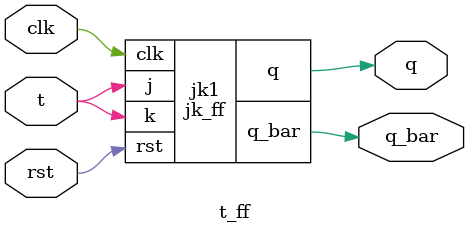
<source format=v>

module jk_ff(
input j,k,clk,rst,
output reg q,
output q_bar);
always @(posedge clk or posedge rst)
begin
if(rst)
  q<=1'b0;
else
case({j,k})
2'b00:q<=q;
2'b01:q<=1'b0;
2'b10:q<=1'b1;
2'b11:q<=~q;
default: q<= 1'b0;
endcase
end
assign q_bar=~q;
endmodule

module t_ff(
input t,clk,rst,
output q,q_bar);
jk_ff jk1(
.j(t),
.k(t),
.clk(clk),
.rst(rst),
.q(q), .q_bar(q_bar));
endmodule


</source>
